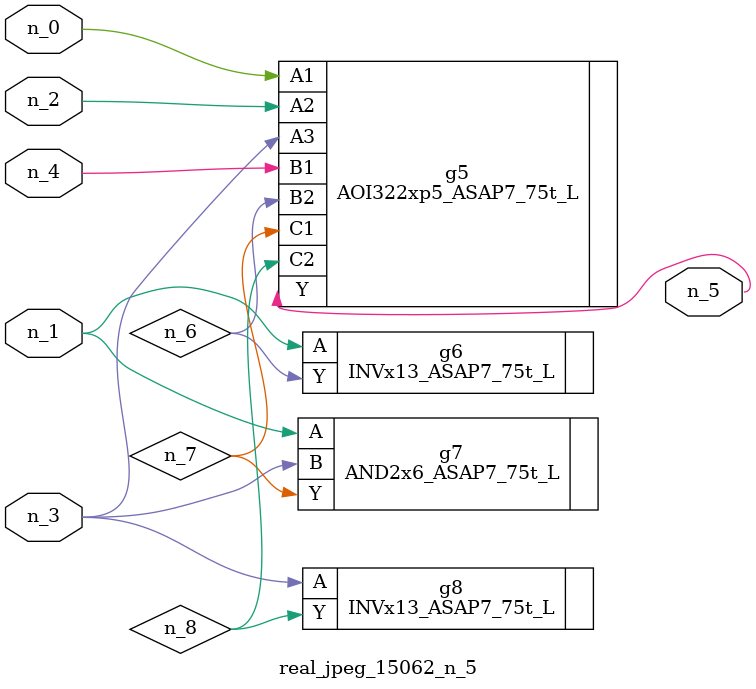
<source format=v>
module real_jpeg_15062_n_5 (n_4, n_0, n_1, n_2, n_3, n_5);

input n_4;
input n_0;
input n_1;
input n_2;
input n_3;

output n_5;

wire n_8;
wire n_6;
wire n_7;

AOI322xp5_ASAP7_75t_L g5 ( 
.A1(n_0),
.A2(n_2),
.A3(n_3),
.B1(n_4),
.B2(n_6),
.C1(n_7),
.C2(n_8),
.Y(n_5)
);

INVx13_ASAP7_75t_L g6 ( 
.A(n_1),
.Y(n_6)
);

AND2x6_ASAP7_75t_L g7 ( 
.A(n_1),
.B(n_3),
.Y(n_7)
);

INVx13_ASAP7_75t_L g8 ( 
.A(n_3),
.Y(n_8)
);


endmodule
</source>
